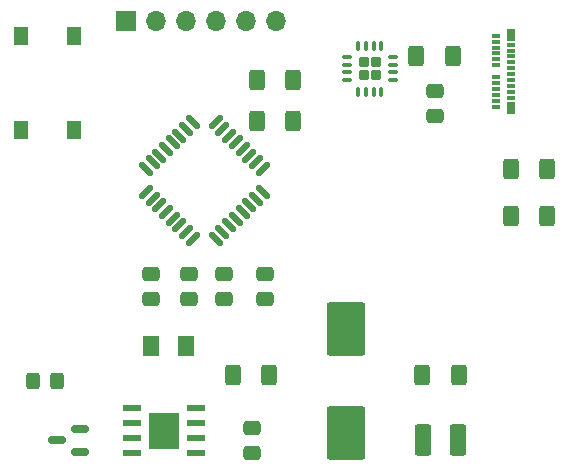
<source format=gbr>
%TF.GenerationSoftware,KiCad,Pcbnew,8.0.6*%
%TF.CreationDate,2025-06-01T13:35:18-05:00*%
%TF.ProjectId,TPS_Calibration_Board,5450535f-4361-46c6-9962-726174696f6e,rev?*%
%TF.SameCoordinates,Original*%
%TF.FileFunction,Paste,Top*%
%TF.FilePolarity,Positive*%
%FSLAX46Y46*%
G04 Gerber Fmt 4.6, Leading zero omitted, Abs format (unit mm)*
G04 Created by KiCad (PCBNEW 8.0.6) date 2025-06-01 13:35:18*
%MOMM*%
%LPD*%
G01*
G04 APERTURE LIST*
G04 Aperture macros list*
%AMRoundRect*
0 Rectangle with rounded corners*
0 $1 Rounding radius*
0 $2 $3 $4 $5 $6 $7 $8 $9 X,Y pos of 4 corners*
0 Add a 4 corners polygon primitive as box body*
4,1,4,$2,$3,$4,$5,$6,$7,$8,$9,$2,$3,0*
0 Add four circle primitives for the rounded corners*
1,1,$1+$1,$2,$3*
1,1,$1+$1,$4,$5*
1,1,$1+$1,$6,$7*
1,1,$1+$1,$8,$9*
0 Add four rect primitives between the rounded corners*
20,1,$1+$1,$2,$3,$4,$5,0*
20,1,$1+$1,$4,$5,$6,$7,0*
20,1,$1+$1,$6,$7,$8,$9,0*
20,1,$1+$1,$8,$9,$2,$3,0*%
G04 Aperture macros list end*
%ADD10RoundRect,0.250000X0.475000X-0.337500X0.475000X0.337500X-0.475000X0.337500X-0.475000X-0.337500X0*%
%ADD11RoundRect,0.250000X-0.325000X-0.450000X0.325000X-0.450000X0.325000X0.450000X-0.325000X0.450000X0*%
%ADD12R,1.700000X1.700000*%
%ADD13O,1.700000X1.700000*%
%ADD14RoundRect,0.250000X-0.400000X-0.625000X0.400000X-0.625000X0.400000X0.625000X-0.400000X0.625000X0*%
%ADD15RoundRect,0.212500X-0.212500X-0.212500X0.212500X-0.212500X0.212500X0.212500X-0.212500X0.212500X0*%
%ADD16RoundRect,0.075000X-0.350000X-0.075000X0.350000X-0.075000X0.350000X0.075000X-0.350000X0.075000X0*%
%ADD17RoundRect,0.075000X-0.075000X-0.350000X0.075000X-0.350000X0.075000X0.350000X-0.075000X0.350000X0*%
%ADD18RoundRect,0.250000X1.400000X2.000000X-1.400000X2.000000X-1.400000X-2.000000X1.400000X-2.000000X0*%
%ADD19R,1.550000X0.600000*%
%ADD20R,2.600000X3.100000*%
%ADD21RoundRect,0.250001X-0.462499X-1.074999X0.462499X-1.074999X0.462499X1.074999X-0.462499X1.074999X0*%
%ADD22R,0.700000X0.300000*%
%ADD23R,0.700000X1.000000*%
%ADD24RoundRect,0.250000X0.400000X0.625000X-0.400000X0.625000X-0.400000X-0.625000X0.400000X-0.625000X0*%
%ADD25RoundRect,0.250001X-0.462499X-0.624999X0.462499X-0.624999X0.462499X0.624999X-0.462499X0.624999X0*%
%ADD26RoundRect,0.250000X-0.475000X0.337500X-0.475000X-0.337500X0.475000X-0.337500X0.475000X0.337500X0*%
%ADD27RoundRect,0.125000X-0.353553X-0.530330X0.530330X0.353553X0.353553X0.530330X-0.530330X-0.353553X0*%
%ADD28RoundRect,0.125000X0.353553X-0.530330X0.530330X-0.353553X-0.353553X0.530330X-0.530330X0.353553X0*%
%ADD29RoundRect,0.150000X0.587500X0.150000X-0.587500X0.150000X-0.587500X-0.150000X0.587500X-0.150000X0*%
%ADD30R,1.300000X1.550000*%
G04 APERTURE END LIST*
D10*
%TO.C,C4*%
X36500000Y-43827500D03*
X36500000Y-41752500D03*
%TD*%
%TO.C,C5*%
X39670000Y-43827500D03*
X39670000Y-41752500D03*
%TD*%
D11*
%TO.C,F1*%
X26475000Y-50790000D03*
X28525000Y-50790000D03*
%TD*%
D12*
%TO.C,J3*%
X34400000Y-20290000D03*
D13*
X36940000Y-20290000D03*
X39480000Y-20290000D03*
X42020000Y-20290000D03*
X44560000Y-20290000D03*
X47100000Y-20290000D03*
%TD*%
D14*
%TO.C,R8*%
X66950000Y-32790000D03*
X70050000Y-32790000D03*
%TD*%
D15*
%TO.C,U3*%
X54500000Y-23790000D03*
X54500000Y-24840000D03*
X55550000Y-23790000D03*
X55550000Y-24840000D03*
D16*
X53075000Y-23340000D03*
X53075000Y-23990000D03*
X53075000Y-24640000D03*
X53075000Y-25290000D03*
D17*
X54050000Y-26265000D03*
X54700000Y-26265000D03*
X55350000Y-26265000D03*
X56000000Y-26265000D03*
D16*
X56975000Y-25290000D03*
X56975000Y-24640000D03*
X56975000Y-23990000D03*
X56975000Y-23340000D03*
D17*
X56000000Y-22365000D03*
X55350000Y-22365000D03*
X54700000Y-22365000D03*
X54050000Y-22365000D03*
%TD*%
D14*
%TO.C,R11*%
X43400000Y-50290000D03*
X46500000Y-50290000D03*
%TD*%
D18*
%TO.C,D1*%
X53000000Y-55190000D03*
X53000000Y-46390000D03*
%TD*%
D19*
%TO.C,U4*%
X34900000Y-53085000D03*
X34900000Y-54355000D03*
X34900000Y-55625000D03*
X34900000Y-56895000D03*
X40300000Y-56895000D03*
X40300000Y-55625000D03*
X40300000Y-54355000D03*
X40300000Y-53085000D03*
D20*
X37600000Y-54990000D03*
%TD*%
D21*
%TO.C,L1*%
X59500000Y-55790000D03*
X62475000Y-55790000D03*
%TD*%
D22*
%TO.C,P1*%
X65700000Y-27540000D03*
X65700000Y-27040000D03*
X65700000Y-26540000D03*
X65700000Y-26040000D03*
X65700000Y-25540000D03*
X65700000Y-25040000D03*
X65700000Y-24040000D03*
X65700000Y-23540000D03*
X65700000Y-23040000D03*
X65700000Y-22540000D03*
X65700000Y-22040000D03*
X65700000Y-21540000D03*
D23*
X67000000Y-21440000D03*
D22*
X67000000Y-22290000D03*
X67000000Y-22790000D03*
X67000000Y-23290000D03*
X67000000Y-23790000D03*
X67000000Y-24290000D03*
X67000000Y-24790000D03*
X67000000Y-25290000D03*
X67000000Y-25790000D03*
X67000000Y-26290000D03*
X67000000Y-26790000D03*
D23*
X67000000Y-27640000D03*
%TD*%
D24*
%TO.C,R4*%
X48550000Y-25290000D03*
X45450000Y-25290000D03*
%TD*%
%TO.C,R5*%
X48550000Y-28790000D03*
X45450000Y-28790000D03*
%TD*%
D14*
%TO.C,R10*%
X66950000Y-36790000D03*
X70050000Y-36790000D03*
%TD*%
D25*
%TO.C,D2*%
X36512500Y-47790000D03*
X39487500Y-47790000D03*
%TD*%
D26*
%TO.C,C12*%
X60500000Y-26252500D03*
X60500000Y-28327500D03*
%TD*%
%TO.C,C13*%
X45000000Y-54752500D03*
X45000000Y-56827500D03*
%TD*%
D14*
%TO.C,R7*%
X58950000Y-23290000D03*
X62050000Y-23290000D03*
%TD*%
D27*
%TO.C,U2*%
X36067930Y-34762272D03*
X36633616Y-35327957D03*
X37199301Y-35893643D03*
X37764986Y-36459328D03*
X38330672Y-37025014D03*
X38896357Y-37590699D03*
X39462043Y-38156384D03*
X40027728Y-38722070D03*
D28*
X41972272Y-38722070D03*
X42537957Y-38156384D03*
X43103643Y-37590699D03*
X43669328Y-37025014D03*
X44235014Y-36459328D03*
X44800699Y-35893643D03*
X45366384Y-35327957D03*
X45932070Y-34762272D03*
D27*
X45932070Y-32817728D03*
X45366384Y-32252043D03*
X44800699Y-31686357D03*
X44235014Y-31120672D03*
X43669328Y-30554986D03*
X43103643Y-29989301D03*
X42537957Y-29423616D03*
X41972272Y-28857930D03*
D28*
X40027728Y-28857930D03*
X39462043Y-29423616D03*
X38896357Y-29989301D03*
X38330672Y-30554986D03*
X37764986Y-31120672D03*
X37199301Y-31686357D03*
X36633616Y-32252043D03*
X36067930Y-32817728D03*
%TD*%
D29*
%TO.C,Q1*%
X30437500Y-56740000D03*
X30437500Y-54840000D03*
X28562500Y-55790000D03*
%TD*%
D30*
%TO.C,SW1*%
X30000000Y-21590000D03*
X30000000Y-29540000D03*
X25500000Y-21590000D03*
X25500000Y-29540000D03*
%TD*%
D24*
%TO.C,R9*%
X62550000Y-50290000D03*
X59450000Y-50290000D03*
%TD*%
D10*
%TO.C,C7*%
X46180000Y-43827500D03*
X46180000Y-41752500D03*
%TD*%
%TO.C,C6*%
X42680000Y-43827500D03*
X42680000Y-41752500D03*
%TD*%
M02*

</source>
